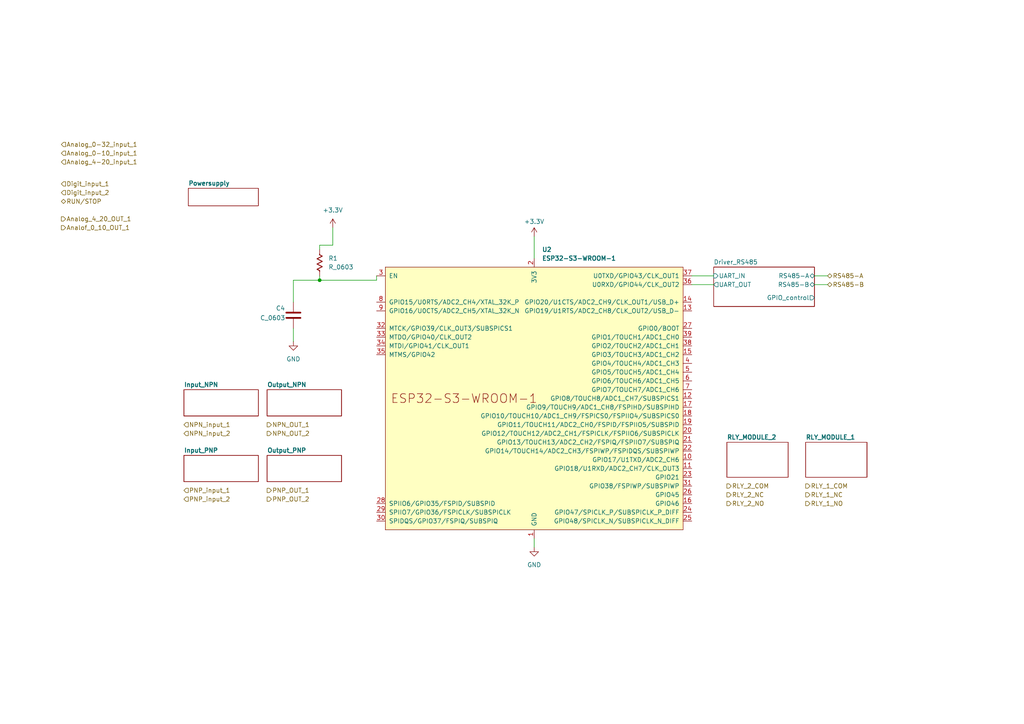
<source format=kicad_sch>
(kicad_sch (version 20250114) (generator "eeschema") (generator_version "9.0")
  (paper "A4")
  (lib_symbols
    (symbol "Espressif:ESP32-S3-WROOM-1" (pin_names (offset 1.016))
      (property "Reference" "U" (at -43.18 43.18 0))
      (property "Value" "ESP32-S3-WROOM-1" (at -43.18 40.64 0))
      (symbol "ESP32-S3-WROOM-1_0_0"
        (text "ESP32-S3-WROOM-1" (at -20.32 0 0) (effects (font (size 2.54 2.54))))
        (pin input line (at -45.72 35.56 0) (length 2.54) (name "EN") (number "3"))
        (pin bidirectional line (at -45.72 27.94 0) (length 2.54) (name "GPIO15/U0RTS/ADC2_CH4/XTAL_32K_P") (number "8"))
        (pin bidirectional line (at -45.72 25.4 0) (length 2.54) (name "GPIO16/U0CTS/ADC2_CH5/XTAL_32K_N") (number "9"))
        (pin bidirectional line (at -45.72 20.32 0) (length 2.54) (name "MTCK/GPIO39/CLK_OUT3/SUBSPICS1") (number "32"))
        (pin bidirectional line (at -45.72 17.78 0) (length 2.54) (name "MTDO/GPIO40/CLK_OUT2") (number "33"))
        (pin bidirectional line (at -45.72 15.24 0) (length 2.54) (name "MTDI/GPIO41/CLK_OUT1") (number "34"))
        (pin bidirectional line (at -45.72 12.7 0) (length 2.54) (name "MTMS/GPIO42") (number "35"))
        (pin bidirectional line (at -45.72 -30.48 0) (length 2.54) (name "SPIIO6/GPIO35/FSPID/SUBSPID") (number "28"))
        (pin bidirectional line (at -45.72 -33.02 0) (length 2.54) (name "SPIIO7/GPIO36/FSPICLK/SUBSPICLK") (number "29"))
        (pin bidirectional line (at -45.72 -35.56 0) (length 2.54) (name "SPIDQS/GPIO37/FSPIQ/SUBSPIQ") (number "30"))
        (pin power_in line (at 0 40.64 270) (length 2.54) (name "3V3") (number "2"))
        (pin power_in line (at 0 -40.64 90) (length 2.54) (name "GND") (number "1"))
        (pin passive line (at 0 -40.64 90) (length 2.54) (hide yes) (name "GND") (number "40"))
        (pin passive line (at 0 -40.64 90) (length 2.54) (hide yes) (name "GND") (number "41"))
        (pin bidirectional line (at 45.72 35.56 180) (length 2.54) (name "U0TXD/GPIO43/CLK_OUT1") (number "37"))
        (pin bidirectional line (at 45.72 33.02 180) (length 2.54) (name "U0RXD/GPIO44/CLK_OUT2") (number "36"))
        (pin bidirectional line (at 45.72 27.94 180) (length 2.54) (name "GPIO20/U1CTS/ADC2_CH9/CLK_OUT1/USB_D+") (number "14"))
        (pin bidirectional line (at 45.72 25.4 180) (length 2.54) (name "GPIO19/U1RTS/ADC2_CH8/CLK_OUT2/USB_D-") (number "13"))
        (pin bidirectional line (at 45.72 20.32 180) (length 2.54) (name "GPIO0/BOOT") (number "27"))
        (pin bidirectional line (at 45.72 17.78 180) (length 2.54) (name "GPIO1/TOUCH1/ADC1_CH0") (number "39"))
        (pin bidirectional line (at 45.72 15.24 180) (length 2.54) (name "GPIO2/TOUCH2/ADC1_CH1") (number "38"))
        (pin bidirectional line (at 45.72 12.7 180) (length 2.54) (name "GPIO3/TOUCH3/ADC1_CH2") (number "15"))
        (pin bidirectional line (at 45.72 10.16 180) (length 2.54) (name "GPIO4/TOUCH4/ADC1_CH3") (number "4"))
        (pin bidirectional line (at 45.72 7.62 180) (length 2.54) (name "GPIO5/TOUCH5/ADC1_CH4") (number "5"))
        (pin bidirectional line (at 45.72 5.08 180) (length 2.54) (name "GPIO6/TOUCH6/ADC1_CH5") (number "6"))
        (pin bidirectional line (at 45.72 2.54 180) (length 2.54) (name "GPIO7/TOUCH7/ADC1_CH6") (number "7"))
        (pin bidirectional line (at 45.72 0 180) (length 2.54) (name "GPIO8/TOUCH8/ADC1_CH7/SUBSPICS1") (number "12"))
        (pin bidirectional line (at 45.72 -2.54 180) (length 2.54) (name "GPIO9/TOUCH9/ADC1_CH8/FSPIHD/SUBSPIHD") (number "17"))
        (pin bidirectional line (at 45.72 -5.08 180) (length 2.54) (name "GPIO10/TOUCH10/ADC1_CH9/FSPICS0/FSPIIO4/SUBSPICS0") (number "18"))
        (pin bidirectional line (at 45.72 -7.62 180) (length 2.54) (name "GPIO11/TOUCH11/ADC2_CH0/FSPID/FSPIIO5/SUBSPID") (number "19"))
        (pin bidirectional line (at 45.72 -10.16 180) (length 2.54) (name "GPIO12/TOUCH12/ADC2_CH1/FSPICLK/FSPIIO6/SUBSPICLK") (number "20"))
        (pin bidirectional line (at 45.72 -12.7 180) (length 2.54) (name "GPIO13/TOUCH13/ADC2_CH2/FSPIQ/FSPIIO7/SUBSPIQ") (number "21"))
        (pin bidirectional line (at 45.72 -15.24 180) (length 2.54) (name "GPIO14/TOUCH14/ADC2_CH3/FSPIWP/FSPIDQS/SUBSPIWP") (number "22"))
        (pin bidirectional line (at 45.72 -17.78 180) (length 2.54) (name "GPIO17/U1TXD/ADC2_CH6") (number "10"))
        (pin bidirectional line (at 45.72 -20.32 180) (length 2.54) (name "GPIO18/U1RXD/ADC2_CH7/CLK_OUT3") (number "11"))
        (pin bidirectional line (at 45.72 -22.86 180) (length 2.54) (name "GPIO21") (number "23"))
        (pin bidirectional line (at 45.72 -25.4 180) (length 2.54) (name "GPIO38/FSPIWP/SUBSPIWP") (number "31"))
        (pin bidirectional line (at 45.72 -27.94 180) (length 2.54) (name "GPIO45") (number "26"))
        (pin bidirectional line (at 45.72 -30.48 180) (length 2.54) (name "GPIO46") (number "16"))
        (pin bidirectional line (at 45.72 -33.02 180) (length 2.54) (name "GPIO47/SPICLK_P/SUBSPICLK_P_DIFF") (number "24"))
        (pin bidirectional line (at 45.72 -35.56 180) (length 2.54) (name "GPIO48/SPICLK_N/SUBSPICLK_N_DIFF") (number "25"))
      )
      (symbol "ESP32-S3-WROOM-1_0_1"
        (rectangle (start -43.18 38.1) (end 43.18 -38.1) (fill (type background)))
      )
    )
    (symbol "PCM_Capacitor_US_AKL:C_0603" (pin_numbers (hide yes)) (pin_names (offset 0.254))
      (property "Reference" "C" (at 0.635 2.54 0))
      (property "Value" "C_0603" (at 0.635 -2.54 0))
      (symbol "C_0603_0_1"
        (polyline (pts (xy -2.032 0.762) (xy 2.032 0.762)) (stroke (width 0.508)))
        (polyline (pts (xy -2.032 -0.762) (xy 2.032 -0.762)) (stroke (width 0.508)))
      )
      (symbol "C_0603_0_2"
        (polyline (pts (xy -2.54 -2.54) (xy -0.381 -0.381)))
        (polyline (pts (xy -0.508 -0.508) (xy -1.651 0.635)) (stroke (width 0.508)))
        (polyline (pts (xy -0.508 -0.508) (xy 0.635 -1.651)) (stroke (width 0.508)))
        (polyline (pts (xy 0.381 0.381) (xy 2.54 2.54)))
        (polyline (pts (xy 0.508 0.508) (xy -0.635 1.651)) (stroke (width 0.508)))
        (polyline (pts (xy 0.508 0.508) (xy 1.651 -0.635)) (stroke (width 0.508)))
      )
      (symbol "C_0603_1_1"
        (pin passive line (at 0 3.81 270) (length 2.794) (name "~") (number "1"))
        (pin passive line (at 0 -3.81 90) (length 2.794) (name "~") (number "2"))
      )
      (symbol "C_0603_1_2"
        (pin passive line (at -2.54 -2.54 90) (length 0) (name "~") (number "2"))
        (pin passive line (at 2.54 2.54 270) (length 0) (name "~") (number "1"))
      )
    )
    (symbol "PCM_Resistor_US_AKL:R_0603" (pin_numbers (hide yes)) (pin_names (offset 0))
      (property "Reference" "R" (at 2.54 1.27 0))
      (property "Value" "R_0603" (at 2.54 -1.27 0))
      (symbol "R_0603_0_1"
        (polyline (pts (xy 0 2.286) (xy 0 2.54)) (stroke (width 0.254)))
        (polyline (pts (xy 0 2.286) (xy 0.762 1.905) (xy -0.762 1.143) (xy 0 0.762) (xy 0.762 0.381) (xy 0 0) (xy -0.762 -0.381) (xy 0 -0.762) (xy 0.762 -1.143) (xy 0 -1.524) (xy -0.762 -1.905) (xy 0 -2.286)) (stroke (width 0.254)))
        (polyline (pts (xy 0 -2.286) (xy 0 -2.54)) (stroke (width 0.254)))
      )
      (symbol "R_0603_0_2"
        (polyline (pts (xy -2.54 -2.54) (xy -1.778 -1.778)))
        (polyline (pts (xy -1.778 -1.778) (xy -1.524 -1.524)) (stroke (width 0.254)))
        (polyline (pts (xy -1.524 -1.524) (xy -1.778 -0.762) (xy -1.016 -1.016)) (stroke (width 0.254)))
        (polyline (pts (xy -0.508 -0.508) (xy -0.762 0.254) (xy 0 0)) (stroke (width 0.254)))
        (polyline (pts (xy -0.508 -0.508) (xy -0.254 -1.27) (xy -1.016 -1.016)) (stroke (width 0.254)))
        (polyline (pts (xy 0.508 0.508) (xy 0.254 1.27) (xy 1.016 1.016)) (stroke (width 0.254)))
        (polyline (pts (xy 0.508 0.508) (xy 0.762 -0.254) (xy 0 0)) (stroke (width 0.254)))
        (polyline (pts (xy 1.524 1.524) (xy 1.778 0.762) (xy 1.016 1.016)) (stroke (width 0.254)))
        (polyline (pts (xy 1.778 1.778) (xy 1.524 1.524)) (stroke (width 0.254)))
        (polyline (pts (xy 1.778 1.778) (xy 2.54 2.54)))
      )
      (symbol "R_0603_1_1"
        (pin passive line (at 0 3.81 270) (length 1.27) (name "~") (number "1"))
        (pin passive line (at 0 -3.81 90) (length 1.27) (name "~") (number "2"))
      )
      (symbol "R_0603_1_2"
        (pin passive line (at -2.54 -2.54 0) (length 0) (name "") (number "2"))
        (pin passive line (at 2.54 2.54 180) (length 0) (name "") (number "1"))
      )
    )
    (symbol "power:+3.3V" (power) (pin_numbers (hide yes)) (pin_names (offset 0) (hide yes))
      (property "Value" "+3.3V" (at 0 3.556 0))
      (symbol "+3.3V_0_1"
        (polyline (pts (xy -0.762 1.27) (xy 0 2.54)))
        (polyline (pts (xy 0 2.54) (xy 0.762 1.27)))
        (polyline (pts (xy 0 0) (xy 0 2.54)))
      )
      (symbol "+3.3V_1_1"
        (pin power_in line (at 0 0 90) (length 0) (name "~") (number "1"))
      )
    )
    (symbol "power:GND" (power) (pin_numbers (hide yes)) (pin_names (offset 0) (hide yes))
      (property "Value" "GND" (at 0 -3.81 0))
      (symbol "GND_0_1"
        (polyline (pts (xy 0 0) (xy 0 -1.27) (xy 1.27 -1.27) (xy 0 -2.54) (xy -1.27 -1.27) (xy 0 -1.27)))
      )
      (symbol "GND_1_1"
        (pin power_in line (at 0 0 270) (length 0) (name "~") (number "1"))
      )
    )
  )
  (junction (at 92.71 81.28))
  (wire (pts (xy 92.71 80.01) (xy 92.71 81.28)))
  (wire (pts (xy 85.09 87.63) (xy 85.09 81.28)))
  (wire (pts (xy 154.94 156.21) (xy 154.94 158.75)))
  (wire (pts (xy 92.71 81.28) (xy 109.22 81.28)))
  (wire (pts (xy 200.66 80.01) (xy 207.01 80.01)))
  (wire (pts (xy 85.09 95.25) (xy 85.09 99.06)))
  (wire (pts (xy 200.66 82.55) (xy 207.01 82.55)))
  (wire (pts (xy 92.71 71.12) (xy 96.52 71.12)))
  (wire (pts (xy 236.22 82.55) (xy 240.03 82.55)))
  (wire (pts (xy 85.09 81.28) (xy 92.71 81.28)))
  (wire (pts (xy 109.22 81.28) (xy 109.22 80.01)))
  (wire (pts (xy 92.71 71.12) (xy 92.71 72.39)))
  (wire (pts (xy 154.94 68.58) (xy 154.94 74.93)))
  (wire (pts (xy 96.52 71.12) (xy 96.52 66.04)))
  (wire (pts (xy 236.22 80.01) (xy 240.03 80.01)))
  (hierarchical_label "Analog_4-20_input_1" (shape input) (at 17.78 46.99 0))
  (hierarchical_label "RLY_1_NC" (shape output) (at 233.68 143.51 0))
  (hierarchical_label "RLY_1_NO" (shape output) (at 233.68 146.05 0))
  (hierarchical_label "RLY_2_NC" (shape output) (at 210.82 143.51 0))
  (hierarchical_label "PNP_input_1" (shape input) (at 53.34 142.24 0))
  (hierarchical_label "Analog_4_20_OUT_1" (shape output) (at 17.78 63.5 0))
  (hierarchical_label "NPN_input_1" (shape input) (at 53.34 123.19 0))
  (hierarchical_label "RUN{slash}STOP" (shape bidirectional) (at 17.78 58.42 0))
  (hierarchical_label "Digit_input_2" (shape input) (at 17.78 55.88 0))
  (hierarchical_label "NPN_input_2" (shape input) (at 53.34 125.73 0))
  (hierarchical_label "Analof_0_10_OUT_1" (shape output) (at 17.78 66.04 0))
  (hierarchical_label "PNP_OUT_1" (shape output) (at 77.47 142.24 0))
  (hierarchical_label "PNP_input_2" (shape input) (at 53.34 144.78 0))
  (hierarchical_label "Analog_0-10_input_1" (shape input) (at 17.78 44.45 0))
  (hierarchical_label "Analog_0-32_input_1" (shape input) (at 17.78 41.91 0))
  (hierarchical_label "PNP_OUT_2" (shape output) (at 77.47 144.78 0))
  (hierarchical_label "NPN_OUT_1" (shape output) (at 77.47 123.19 0))
  (hierarchical_label "NPN_OUT_2" (shape output) (at 77.47 125.73 0))
  (hierarchical_label "RLY_2_NO" (shape output) (at 210.82 146.05 0))
  (hierarchical_label "RLY_2_COM" (shape output) (at 210.82 140.97 0))
  (hierarchical_label "RS485-B" (shape bidirectional) (at 240.03 82.55 0))
  (hierarchical_label "Digit_input_1" (shape input) (at 17.78 53.34 0))
  (hierarchical_label "RLY_1_COM" (shape output) (at 233.68 140.97 0))
  (hierarchical_label "RS485-A" (shape bidirectional) (at 240.03 80.01 0))
  (symbol (lib_id "power:+3.3V") (at 96.52 66.04 0) (unit 1)
    (property "Reference" "#PWR015" (effects (hide yes)))
    (property "Value" "+3.3V" (at 96.52 60.96 0))
    (property "Description" "Power symbol creates a global label with name \"+3.3V\"" (effects (hide yes)))
  )
  (symbol (lib_id "power:GND") (at 154.94 158.75 0) (unit 1)
    (property "Reference" "#PWR010" (effects (hide yes)))
    (property "Value" "GND" (at 154.94 163.83 0))
    (property "Description" "Power symbol creates a global label with name \"GND\" , ground" (effects (hide yes)))
  )
  (symbol (lib_id "PCM_Capacitor_US_AKL:C_0603") (at 85.09 91.44 0) (unit 1)
    (property "Reference" "C4" (at 80.01 89.408 0) (effects (justify left)))
    (property "Value" "C_0603" (at 75.438 92.202 0) (effects (justify left)))
    (property "Footprint" "PCM_Capacitor_SMD_AKL:C_0603_1608Metric" (effects (hide yes)))
    (property "Description" "SMD 0603 MLCC capacitor, Alternate KiCad Library" (effects (hide yes)))
  )
  (symbol (lib_id "power:GND") (at 85.09 99.06 0) (unit 1)
    (property "Reference" "#PWR011" (effects (hide yes)))
    (property "Value" "GND" (at 85.09 104.14 0))
    (property "Description" "Power symbol creates a global label with name \"GND\" , ground" (effects (hide yes)))
  )
  (symbol (lib_id "power:+3.3V") (at 154.94 68.58 0) (unit 1)
    (property "Reference" "#PWR016" (effects (hide yes)))
    (property "Value" "+3.3V" (at 154.94 64.262 0))
    (property "Description" "Power symbol creates a global label with name \"+3.3V\"" (effects (hide yes)))
  )
  (symbol (lib_id "PCM_Resistor_US_AKL:R_0603") (at 92.71 76.2 0) (unit 1)
    (property "Reference" "R1" (at 95.25 74.9299 0) (effects (justify left)))
    (property "Value" "R_0603" (at 95.25 77.4699 0) (effects (justify left)))
    (property "Footprint" "PCM_Resistor_SMD_AKL:R_0603_1608Metric" (effects (hide yes)))
    (property "Description" "SMD 0603 Chip Resistor, US Symbol, Alternate KiCad Library" (effects (hide yes)))
  )
  (symbol (lib_id "Espressif:ESP32-S3-WROOM-1") (at 154.94 115.57 0) (unit 1)
    (property "Reference" "U2" (at 157.0833 72.39 0) (effects (font (thickness 0.254) (bold yes)) (justify left)))
    (property "Value" "ESP32-S3-WROOM-1" (at 157.0833 74.93 0) (effects (font (thickness 0.254) (bold yes)) (justify left)))
    (property "Footprint" "ESP32-S3-WROM-1:ESP32-S3-WROOM-1" (effects (hide yes)))
    (property "Datasheet" "https://www.espressif.com/sites/default/files/documentation/esp32-s3-wroom-1_wroom-1u_datasheet_en.pdf" (effects (hide yes)))
    (property "Description" "2.4 GHz WiFi (802.11 b/g/n) and Bluetooth ® 5 (LE) module Built around ESP32S3 series of SoCs, Xtensa ® dualcore 32bit LX7 microprocessor Flash up to 16 MB, PSRAM up to 8 MB 36 GPIOs, rich set of peripherals Onboard PCB antenna" (effects (hide yes)))
  )
  (sheet (at 233.68 128.27) (size 17.78 10.16) (stroke (width 0.1524))
    (property "Sheetname" "RLY_MODULE_1" (at 233.68 127.5584 0) (effects (font (thickness 0.254) (bold yes)) (justify left bottom)))
    (property "Sheetfile" "RLY_MODULE_1.kicad_sch" (effects (hide yes)))
  )
  (sheet (at 207.01 77.47) (size 29.21 11.43) (stroke (width 0.1524))
    (property "Sheetname" "Driver_RS485" (at 207.01 76.7584 0) (effects (justify left bottom)))
    (property "Sheetfile" "Driver_RS485.kicad_sch" (effects (hide yes)))
    (pin "GPIO_control" output (at 236.22 86.36 0))
    (pin "RS485-A" bidirectional (at 236.22 80.01 0))
    (pin "RS485-B" bidirectional (at 236.22 82.55 0))
    (pin "UART_IN" input (at 207.01 80.01 180))
    (pin "UART_OUT" output (at 207.01 82.55 180))
  )
  (sheet (at 53.34 113.03) (size 21.59 7.62) (stroke (width 0.1524))
    (property "Sheetname" "Input_NPN" (at 53.34 112.3184 0) (effects (font (thickness 0.254) (bold yes)) (justify left bottom)))
    (property "Sheetfile" "Input_NPN.kicad_sch" (effects (hide yes)))
  )
  (sheet (at 77.47 113.03) (size 21.59 7.62) (stroke (width 0.1524))
    (property "Sheetname" "Output_NPN" (at 77.47 112.3184 0) (effects (font (thickness 0.254) (bold yes)) (justify left bottom)))
    (property "Sheetfile" "Output_NPN.kicad_sch" (effects (hide yes)))
  )
  (sheet (at 77.47 132.08) (size 21.59 7.62) (stroke (width 0.1524))
    (property "Sheetname" "Output_PNP" (at 77.47 131.3684 0) (effects (font (thickness 0.254) (bold yes)) (justify left bottom)))
    (property "Sheetfile" "Output_PNP.kicad_sch" (effects (hide yes)))
  )
  (sheet (at 54.61 54.61) (size 20.32 5.08) (stroke (width 0.1524))
    (property "Sheetname" "Powersupply" (at 54.61 53.8984 0) (effects (font (thickness 0.254) (bold yes)) (justify left bottom)))
    (property "Sheetfile" "Powersupply.kicad_sch" (effects (hide yes)))
  )
  (sheet (at 210.82 128.27) (size 17.78 10.16) (stroke (width 0.1524))
    (property "Sheetname" "RLY_MODULE_2" (at 210.82 127.5584 0) (effects (font (thickness 0.254) (bold yes)) (justify left bottom)))
    (property "Sheetfile" "RLY_MODULE_2.kicad_sch" (effects (hide yes)))
  )
  (sheet (at 53.34 132.08) (size 21.59 7.62) (stroke (width 0.1524))
    (property "Sheetname" "Input_PNP" (at 53.34 131.3684 0) (effects (font (thickness 0.254) (bold yes)) (justify left bottom)))
    (property "Sheetfile" "Input_PNP.kicad_sch" (effects (hide yes)))
  )
)
</source>
